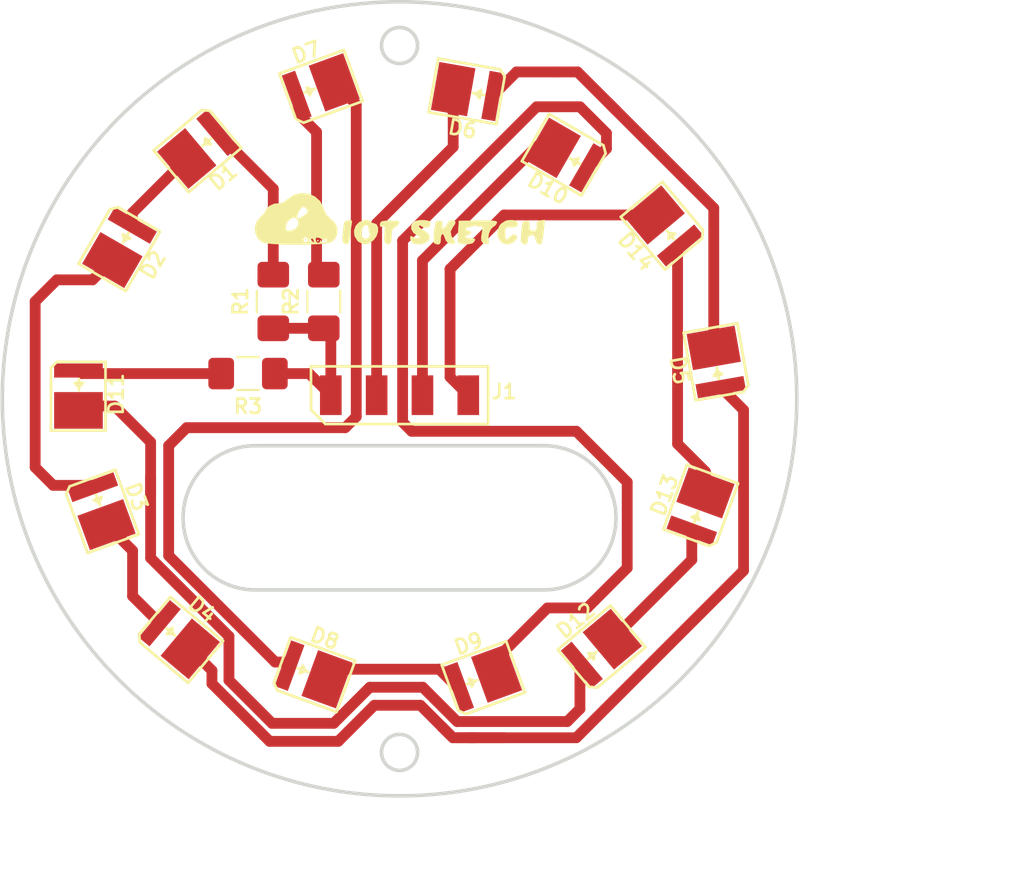
<source format=kicad_pcb>
(kicad_pcb (version 20171130) (host pcbnew "(5.0.0-rc2-199-gf785d2749)")

  (general
    (thickness 1.6)
    (drawings 13)
    (tracks 105)
    (zones 0)
    (modules 20)
    (nets 19)
  )

  (page A4)
  (layers
    (0 F.Cu signal)
    (31 B.Cu signal)
    (35 F.Paste user)
    (37 F.SilkS user)
    (39 F.Mask user)
    (40 Dwgs.User user)
    (41 Cmts.User user)
    (44 Edge.Cuts user)
    (45 Margin user)
    (46 B.CrtYd user hide)
    (47 F.CrtYd user hide)
  )

  (setup
    (last_trace_width 0.6)
    (user_trace_width 0.4)
    (user_trace_width 0.6)
    (user_trace_width 1)
    (trace_clearance 0.2)
    (zone_clearance 0.508)
    (zone_45_only no)
    (trace_min 0.2)
    (segment_width 0.2)
    (edge_width 0.2)
    (via_size 0.8)
    (via_drill 0.4)
    (via_min_size 0.4)
    (via_min_drill 0.3)
    (uvia_size 0.3)
    (uvia_drill 0.1)
    (uvias_allowed no)
    (uvia_min_size 0.2)
    (uvia_min_drill 0.1)
    (pcb_text_width 0.3)
    (pcb_text_size 1.5 1.5)
    (mod_edge_width 0.15)
    (mod_text_size 0.8 0.8)
    (mod_text_width 0.15)
    (pad_size 1.524 1.524)
    (pad_drill 0.762)
    (pad_to_mask_clearance 0.05)
    (solder_mask_min_width 0.1)
    (aux_axis_origin 0 0)
    (grid_origin 146 102)
    (visible_elements 7FFFFFFF)
    (pcbplotparams
      (layerselection 0x010fc_ffffffff)
      (usegerberextensions false)
      (usegerberattributes false)
      (usegerberadvancedattributes false)
      (creategerberjobfile false)
      (excludeedgelayer true)
      (linewidth 0.200000)
      (plotframeref false)
      (viasonmask false)
      (mode 1)
      (useauxorigin false)
      (hpglpennumber 1)
      (hpglpenspeed 20)
      (hpglpendiameter 15.000000)
      (psnegative false)
      (psa4output false)
      (plotreference true)
      (plotvalue true)
      (plotinvisibletext false)
      (padsonsilk false)
      (subtractmaskfromsilk false)
      (outputformat 1)
      (mirror false)
      (drillshape 1)
      (scaleselection 1)
      (outputdirectory ""))
  )

  (net 0 "")
  (net 1 "Net-(D1-Pad2)")
  (net 2 "Net-(D1-Pad1)")
  (net 3 "Net-(D2-Pad1)")
  (net 4 "Net-(D3-Pad1)")
  (net 5 "Net-(D4-Pad1)")
  (net 6 "Net-(D5-Pad1)")
  (net 7 /RED)
  (net 8 "Net-(D7-Pad1)")
  (net 9 "Net-(D7-Pad2)")
  (net 10 "Net-(D8-Pad1)")
  (net 11 "Net-(D10-Pad2)")
  (net 12 /GREEN)
  (net 13 "Net-(D11-Pad2)")
  (net 14 "Net-(D11-Pad1)")
  (net 15 "Net-(D12-Pad1)")
  (net 16 "Net-(D13-Pad1)")
  (net 17 /BLUE)
  (net 18 /V_driver)

  (net_class Default "This is the default net class."
    (clearance 0.2)
    (trace_width 0.25)
    (via_dia 0.8)
    (via_drill 0.4)
    (uvia_dia 0.3)
    (uvia_drill 0.1)
    (add_net /BLUE)
    (add_net /GREEN)
    (add_net /RED)
    (add_net /V_driver)
    (add_net "Net-(D1-Pad1)")
    (add_net "Net-(D1-Pad2)")
    (add_net "Net-(D10-Pad2)")
    (add_net "Net-(D11-Pad1)")
    (add_net "Net-(D11-Pad2)")
    (add_net "Net-(D12-Pad1)")
    (add_net "Net-(D13-Pad1)")
    (add_net "Net-(D2-Pad1)")
    (add_net "Net-(D3-Pad1)")
    (add_net "Net-(D4-Pad1)")
    (add_net "Net-(D5-Pad1)")
    (add_net "Net-(D7-Pad1)")
    (add_net "Net-(D7-Pad2)")
    (add_net "Net-(D8-Pad1)")
  )

  (module IOT_Design:LED-3030_GBW (layer F.Cu) (tedit 593F8E61) (tstamp 5B31F4D7)
    (at 135 88 220)
    (path /5B32FFCB)
    (attr smd)
    (fp_text reference D1 (at 0.149185 -2.089012 220) (layer F.SilkS)
      (effects (font (size 0.8 0.8) (thickness 0.15)))
    )
    (fp_text value R (at 0 -2.625 220) (layer F.Fab)
      (effects (font (size 0.8 0.8) (thickness 0.15)))
    )
    (fp_line (start -0.508 -0.025399) (end -0.7112 -0.0254) (layer F.SilkS) (width 0.15))
    (fp_line (start -0.0762 -0.0254) (end -0.254 -0.0254) (layer F.SilkS) (width 0.15))
    (fp_line (start -1.651 0.8382) (end -1.650999 -1.4732) (layer F.SilkS) (width 0.15))
    (fp_line (start 2.159 -1.4986) (end 2.159 1.524) (layer F.SilkS) (width 0.15))
    (fp_line (start -1.651 -1.4986) (end 2.159 -1.4986) (layer F.SilkS) (width 0.15))
    (fp_line (start 2.159 1.524) (end -1.3208 1.524) (layer F.SilkS) (width 0.15))
    (fp_line (start -1.3208 1.524) (end -1.651 1.1938) (layer F.SilkS) (width 0.15))
    (fp_line (start -1.651 0.8382) (end -1.651 1.1938) (layer F.SilkS) (width 0.15))
    (fp_line (start -1.651 -1.4986) (end 2.159 -1.4986) (layer F.CrtYd) (width 0.15))
    (fp_line (start 2.159 -1.4986) (end 2.159 1.524) (layer F.CrtYd) (width 0.15))
    (fp_line (start 2.159 1.524) (end -1.3208 1.524) (layer F.CrtYd) (width 0.15))
    (fp_line (start -1.3208 1.524) (end -1.651 1.1938) (layer F.CrtYd) (width 0.15))
    (fp_line (start -1.651 1.1938) (end -1.651 -1.4986) (layer F.CrtYd) (width 0.15))
    (fp_line (start -0.4826 0.1778) (end -0.4826 -0.254) (layer F.SilkS) (width 0.15))
    (fp_line (start -0.4826 -0.254) (end -0.254 -0.0254) (layer F.SilkS) (width 0.15))
    (fp_line (start -0.254 -0.0254) (end -0.4826 0.2032) (layer F.SilkS) (width 0.15))
    (pad 1 smd rect (at 1.0414 0 220) (size 2.03 2.7) (layers F.Cu F.Paste F.Mask)
      (net 2 "Net-(D1-Pad1)"))
    (pad 2 smd rect (at -1.1684 0 220) (size 0.78 2.7) (layers F.Cu F.Paste F.Mask)
      (net 1 "Net-(D1-Pad2)"))
    (model D:/PCB/Kicad/3D/kicad-packages3D-master/IOTDesign.3dshapes/3mmLED-2.step
      (offset (xyz 0.25 0 0))
      (scale (xyz 1 1 1))
      (rotate (xyz -90 0 0))
    )
  )

  (module IOT_Design:LED-3030_GBW (layer F.Cu) (tedit 593F8E61) (tstamp 5B31F4ED)
    (at 130.6 93.4 240)
    (path /5B334564)
    (attr smd)
    (fp_text reference D2 (at 0.149185 -2.089012 240) (layer F.SilkS)
      (effects (font (size 0.8 0.8) (thickness 0.15)))
    )
    (fp_text value R (at 0 -2.625 240) (layer F.Fab)
      (effects (font (size 0.8 0.8) (thickness 0.15)))
    )
    (fp_line (start -0.508 -0.025399) (end -0.7112 -0.0254) (layer F.SilkS) (width 0.15))
    (fp_line (start -0.0762 -0.0254) (end -0.254 -0.0254) (layer F.SilkS) (width 0.15))
    (fp_line (start -1.651 0.8382) (end -1.650999 -1.4732) (layer F.SilkS) (width 0.15))
    (fp_line (start 2.159 -1.4986) (end 2.159 1.524) (layer F.SilkS) (width 0.15))
    (fp_line (start -1.651 -1.4986) (end 2.159 -1.4986) (layer F.SilkS) (width 0.15))
    (fp_line (start 2.159 1.524) (end -1.3208 1.524) (layer F.SilkS) (width 0.15))
    (fp_line (start -1.3208 1.524) (end -1.651 1.1938) (layer F.SilkS) (width 0.15))
    (fp_line (start -1.651 0.8382) (end -1.651 1.1938) (layer F.SilkS) (width 0.15))
    (fp_line (start -1.651 -1.4986) (end 2.159 -1.4986) (layer F.CrtYd) (width 0.15))
    (fp_line (start 2.159 -1.4986) (end 2.159 1.524) (layer F.CrtYd) (width 0.15))
    (fp_line (start 2.159 1.524) (end -1.3208 1.524) (layer F.CrtYd) (width 0.15))
    (fp_line (start -1.3208 1.524) (end -1.651 1.1938) (layer F.CrtYd) (width 0.15))
    (fp_line (start -1.651 1.1938) (end -1.651 -1.4986) (layer F.CrtYd) (width 0.15))
    (fp_line (start -0.4826 0.1778) (end -0.4826 -0.254) (layer F.SilkS) (width 0.15))
    (fp_line (start -0.4826 -0.254) (end -0.254 -0.0254) (layer F.SilkS) (width 0.15))
    (fp_line (start -0.254 -0.0254) (end -0.4826 0.2032) (layer F.SilkS) (width 0.15))
    (pad 1 smd rect (at 1.0414 0 240) (size 2.03 2.7) (layers F.Cu F.Paste F.Mask)
      (net 3 "Net-(D2-Pad1)"))
    (pad 2 smd rect (at -1.1684 0 240) (size 0.78 2.7) (layers F.Cu F.Paste F.Mask)
      (net 2 "Net-(D1-Pad1)"))
    (model D:/PCB/Kicad/3D/kicad-packages3D-master/IOTDesign.3dshapes/3mmLED-2.step
      (offset (xyz 0.25 0 0))
      (scale (xyz 1 1 1))
      (rotate (xyz -90 0 0))
    )
  )

  (module IOT_Design:LED-3030_GBW (layer F.Cu) (tedit 593F8E61) (tstamp 5B4EAE6A)
    (at 129.4 108 290)
    (path /5B33460E)
    (attr smd)
    (fp_text reference D3 (at 0.149185 -2.089012 290) (layer F.SilkS)
      (effects (font (size 0.8 0.8) (thickness 0.15)))
    )
    (fp_text value R (at 0 -2.625 290) (layer F.Fab)
      (effects (font (size 0.8 0.8) (thickness 0.15)))
    )
    (fp_line (start -0.254 -0.0254) (end -0.4826 0.2032) (layer F.SilkS) (width 0.15))
    (fp_line (start -0.4826 -0.254) (end -0.254 -0.0254) (layer F.SilkS) (width 0.15))
    (fp_line (start -0.4826 0.1778) (end -0.4826 -0.254) (layer F.SilkS) (width 0.15))
    (fp_line (start -1.651 1.1938) (end -1.651 -1.4986) (layer F.CrtYd) (width 0.15))
    (fp_line (start -1.3208 1.524) (end -1.651 1.1938) (layer F.CrtYd) (width 0.15))
    (fp_line (start 2.159 1.524) (end -1.3208 1.524) (layer F.CrtYd) (width 0.15))
    (fp_line (start 2.159 -1.4986) (end 2.159 1.524) (layer F.CrtYd) (width 0.15))
    (fp_line (start -1.651 -1.4986) (end 2.159 -1.4986) (layer F.CrtYd) (width 0.15))
    (fp_line (start -1.651 0.8382) (end -1.651 1.1938) (layer F.SilkS) (width 0.15))
    (fp_line (start -1.3208 1.524) (end -1.651 1.1938) (layer F.SilkS) (width 0.15))
    (fp_line (start 2.159 1.524) (end -1.3208 1.524) (layer F.SilkS) (width 0.15))
    (fp_line (start -1.651 -1.4986) (end 2.159 -1.4986) (layer F.SilkS) (width 0.15))
    (fp_line (start 2.159 -1.4986) (end 2.159 1.524) (layer F.SilkS) (width 0.15))
    (fp_line (start -1.651 0.8382) (end -1.650999 -1.4732) (layer F.SilkS) (width 0.15))
    (fp_line (start -0.0762 -0.0254) (end -0.254 -0.0254) (layer F.SilkS) (width 0.15))
    (fp_line (start -0.508 -0.025399) (end -0.7112 -0.0254) (layer F.SilkS) (width 0.15))
    (pad 2 smd rect (at -1.1684 0 290) (size 0.78 2.7) (layers F.Cu F.Paste F.Mask)
      (net 3 "Net-(D2-Pad1)"))
    (pad 1 smd rect (at 1.0414 0 290) (size 2.03 2.7) (layers F.Cu F.Paste F.Mask)
      (net 4 "Net-(D3-Pad1)"))
    (model D:/PCB/Kicad/3D/kicad-packages3D-master/IOTDesign.3dshapes/3mmLED-2.step
      (offset (xyz 0.25 0 0))
      (scale (xyz 1 1 1))
      (rotate (xyz -90 0 0))
    )
  )

  (module IOT_Design:LED-3030_GBW (layer F.Cu) (tedit 593F8E61) (tstamp 5B336071)
    (at 133.6 115.2 320)
    (path /5B334702)
    (attr smd)
    (fp_text reference D4 (at 0.149185 -2.089012 320) (layer F.SilkS)
      (effects (font (size 0.8 0.8) (thickness 0.15)))
    )
    (fp_text value R (at 0 -2.625 320) (layer F.Fab)
      (effects (font (size 0.8 0.8) (thickness 0.15)))
    )
    (fp_line (start -0.508 -0.025399) (end -0.7112 -0.0254) (layer F.SilkS) (width 0.15))
    (fp_line (start -0.0762 -0.0254) (end -0.254 -0.0254) (layer F.SilkS) (width 0.15))
    (fp_line (start -1.651 0.8382) (end -1.650999 -1.4732) (layer F.SilkS) (width 0.15))
    (fp_line (start 2.159 -1.4986) (end 2.159 1.524) (layer F.SilkS) (width 0.15))
    (fp_line (start -1.651 -1.4986) (end 2.159 -1.4986) (layer F.SilkS) (width 0.15))
    (fp_line (start 2.159 1.524) (end -1.3208 1.524) (layer F.SilkS) (width 0.15))
    (fp_line (start -1.3208 1.524) (end -1.651 1.1938) (layer F.SilkS) (width 0.15))
    (fp_line (start -1.651 0.8382) (end -1.651 1.1938) (layer F.SilkS) (width 0.15))
    (fp_line (start -1.651 -1.4986) (end 2.159 -1.4986) (layer F.CrtYd) (width 0.15))
    (fp_line (start 2.159 -1.4986) (end 2.159 1.524) (layer F.CrtYd) (width 0.15))
    (fp_line (start 2.159 1.524) (end -1.3208 1.524) (layer F.CrtYd) (width 0.15))
    (fp_line (start -1.3208 1.524) (end -1.651 1.1938) (layer F.CrtYd) (width 0.15))
    (fp_line (start -1.651 1.1938) (end -1.651 -1.4986) (layer F.CrtYd) (width 0.15))
    (fp_line (start -0.4826 0.1778) (end -0.4826 -0.254) (layer F.SilkS) (width 0.15))
    (fp_line (start -0.4826 -0.254) (end -0.254 -0.0254) (layer F.SilkS) (width 0.15))
    (fp_line (start -0.254 -0.0254) (end -0.4826 0.2032) (layer F.SilkS) (width 0.15))
    (pad 1 smd rect (at 1.0414 0 320) (size 2.03 2.7) (layers F.Cu F.Paste F.Mask)
      (net 5 "Net-(D4-Pad1)"))
    (pad 2 smd rect (at -1.1684 0 320) (size 0.78 2.7) (layers F.Cu F.Paste F.Mask)
      (net 4 "Net-(D3-Pad1)"))
    (model D:/PCB/Kicad/3D/kicad-packages3D-master/IOTDesign.3dshapes/3mmLED-2.step
      (offset (xyz 0.25 0 0))
      (scale (xyz 1 1 1))
      (rotate (xyz -90 0 0))
    )
  )

  (module IOT_Design:LED-3030_GBW (layer F.Cu) (tedit 593F8E61) (tstamp 5B31F52F)
    (at 163.6 100.2 100)
    (path /5B3347A1)
    (attr smd)
    (fp_text reference D5 (at 0.149185 -2.089012 100) (layer F.SilkS)
      (effects (font (size 0.8 0.8) (thickness 0.15)))
    )
    (fp_text value R (at 0 -2.625 100) (layer F.Fab)
      (effects (font (size 0.8 0.8) (thickness 0.15)))
    )
    (fp_line (start -0.254 -0.0254) (end -0.4826 0.2032) (layer F.SilkS) (width 0.15))
    (fp_line (start -0.4826 -0.254) (end -0.254 -0.0254) (layer F.SilkS) (width 0.15))
    (fp_line (start -0.4826 0.1778) (end -0.4826 -0.254) (layer F.SilkS) (width 0.15))
    (fp_line (start -1.651 1.1938) (end -1.651 -1.4986) (layer F.CrtYd) (width 0.15))
    (fp_line (start -1.3208 1.524) (end -1.651 1.1938) (layer F.CrtYd) (width 0.15))
    (fp_line (start 2.159 1.524) (end -1.3208 1.524) (layer F.CrtYd) (width 0.15))
    (fp_line (start 2.159 -1.4986) (end 2.159 1.524) (layer F.CrtYd) (width 0.15))
    (fp_line (start -1.651 -1.4986) (end 2.159 -1.4986) (layer F.CrtYd) (width 0.15))
    (fp_line (start -1.651 0.8382) (end -1.651 1.1938) (layer F.SilkS) (width 0.15))
    (fp_line (start -1.3208 1.524) (end -1.651 1.1938) (layer F.SilkS) (width 0.15))
    (fp_line (start 2.159 1.524) (end -1.3208 1.524) (layer F.SilkS) (width 0.15))
    (fp_line (start -1.651 -1.4986) (end 2.159 -1.4986) (layer F.SilkS) (width 0.15))
    (fp_line (start 2.159 -1.4986) (end 2.159 1.524) (layer F.SilkS) (width 0.15))
    (fp_line (start -1.651 0.8382) (end -1.650999 -1.4732) (layer F.SilkS) (width 0.15))
    (fp_line (start -0.0762 -0.0254) (end -0.254 -0.0254) (layer F.SilkS) (width 0.15))
    (fp_line (start -0.508 -0.025399) (end -0.7112 -0.0254) (layer F.SilkS) (width 0.15))
    (pad 2 smd rect (at -1.1684 0.000002 100) (size 0.78 2.7) (layers F.Cu F.Paste F.Mask)
      (net 5 "Net-(D4-Pad1)"))
    (pad 1 smd rect (at 1.0414 0 100) (size 2.03 2.7) (layers F.Cu F.Paste F.Mask)
      (net 6 "Net-(D5-Pad1)"))
    (model D:/PCB/Kicad/3D/kicad-packages3D-master/IOTDesign.3dshapes/3mmLED-2.step
      (offset (xyz 0.25 0 0))
      (scale (xyz 1 1 1))
      (rotate (xyz -90 0 0))
    )
  )

  (module IOT_Design:LED-3030_GBW (layer F.Cu) (tedit 593F8E61) (tstamp 5B31F545)
    (at 150 85 170)
    (path /5B3347D9)
    (attr smd)
    (fp_text reference D6 (at 0.149185 -2.089012 170) (layer F.SilkS)
      (effects (font (size 0.8 0.8) (thickness 0.15)))
    )
    (fp_text value R (at 0 -2.625 170) (layer F.Fab)
      (effects (font (size 0.8 0.8) (thickness 0.15)))
    )
    (fp_line (start -0.508 -0.025399) (end -0.7112 -0.0254) (layer F.SilkS) (width 0.15))
    (fp_line (start -0.0762 -0.0254) (end -0.254 -0.0254) (layer F.SilkS) (width 0.15))
    (fp_line (start -1.651 0.8382) (end -1.650999 -1.4732) (layer F.SilkS) (width 0.15))
    (fp_line (start 2.159 -1.4986) (end 2.159 1.524) (layer F.SilkS) (width 0.15))
    (fp_line (start -1.651 -1.4986) (end 2.159 -1.4986) (layer F.SilkS) (width 0.15))
    (fp_line (start 2.159 1.524) (end -1.3208 1.524) (layer F.SilkS) (width 0.15))
    (fp_line (start -1.3208 1.524) (end -1.651 1.1938) (layer F.SilkS) (width 0.15))
    (fp_line (start -1.651 0.8382) (end -1.651 1.1938) (layer F.SilkS) (width 0.15))
    (fp_line (start -1.651 -1.4986) (end 2.159 -1.4986) (layer F.CrtYd) (width 0.15))
    (fp_line (start 2.159 -1.4986) (end 2.159 1.524) (layer F.CrtYd) (width 0.15))
    (fp_line (start 2.159 1.524) (end -1.3208 1.524) (layer F.CrtYd) (width 0.15))
    (fp_line (start -1.3208 1.524) (end -1.651 1.1938) (layer F.CrtYd) (width 0.15))
    (fp_line (start -1.651 1.1938) (end -1.651 -1.4986) (layer F.CrtYd) (width 0.15))
    (fp_line (start -0.4826 0.1778) (end -0.4826 -0.254) (layer F.SilkS) (width 0.15))
    (fp_line (start -0.4826 -0.254) (end -0.254 -0.0254) (layer F.SilkS) (width 0.15))
    (fp_line (start -0.254 -0.0254) (end -0.4826 0.2032) (layer F.SilkS) (width 0.15))
    (pad 1 smd rect (at 1.0414 0 170) (size 2.03 2.7) (layers F.Cu F.Paste F.Mask)
      (net 7 /RED))
    (pad 2 smd rect (at -1.1684 -0.000002 170) (size 0.78 2.7) (layers F.Cu F.Paste F.Mask)
      (net 6 "Net-(D5-Pad1)"))
    (model D:/PCB/Kicad/3D/kicad-packages3D-master/IOTDesign.3dshapes/3mmLED-2.step
      (offset (xyz 0.25 0 0))
      (scale (xyz 1 1 1))
      (rotate (xyz -90 0 0))
    )
  )

  (module IOT_Design:LED-3030_GBW (layer F.Cu) (tedit 593F8E61) (tstamp 5B31F55B)
    (at 141.4 84.8 20)
    (path /5B330316)
    (attr smd)
    (fp_text reference D7 (at 0.149185 -2.089012 20) (layer F.SilkS)
      (effects (font (size 0.8 0.8) (thickness 0.15)))
    )
    (fp_text value G (at 0 -2.625 20) (layer F.Fab)
      (effects (font (size 0.8 0.8) (thickness 0.15)))
    )
    (fp_line (start -0.254 -0.0254) (end -0.4826 0.2032) (layer F.SilkS) (width 0.15))
    (fp_line (start -0.4826 -0.254) (end -0.254 -0.0254) (layer F.SilkS) (width 0.15))
    (fp_line (start -0.4826 0.1778) (end -0.4826 -0.254) (layer F.SilkS) (width 0.15))
    (fp_line (start -1.651 1.1938) (end -1.651 -1.4986) (layer F.CrtYd) (width 0.15))
    (fp_line (start -1.3208 1.524) (end -1.651 1.1938) (layer F.CrtYd) (width 0.15))
    (fp_line (start 2.159 1.524) (end -1.3208 1.524) (layer F.CrtYd) (width 0.15))
    (fp_line (start 2.159 -1.4986) (end 2.159 1.524) (layer F.CrtYd) (width 0.15))
    (fp_line (start -1.651 -1.4986) (end 2.159 -1.4986) (layer F.CrtYd) (width 0.15))
    (fp_line (start -1.651 0.8382) (end -1.651 1.1938) (layer F.SilkS) (width 0.15))
    (fp_line (start -1.3208 1.524) (end -1.651 1.1938) (layer F.SilkS) (width 0.15))
    (fp_line (start 2.159 1.524) (end -1.3208 1.524) (layer F.SilkS) (width 0.15))
    (fp_line (start -1.651 -1.4986) (end 2.159 -1.4986) (layer F.SilkS) (width 0.15))
    (fp_line (start 2.159 -1.4986) (end 2.159 1.524) (layer F.SilkS) (width 0.15))
    (fp_line (start -1.651 0.8382) (end -1.650999 -1.4732) (layer F.SilkS) (width 0.15))
    (fp_line (start -0.0762 -0.0254) (end -0.254 -0.0254) (layer F.SilkS) (width 0.15))
    (fp_line (start -0.508 -0.025399) (end -0.7112 -0.0254) (layer F.SilkS) (width 0.15))
    (pad 2 smd rect (at -1.1684 0 20) (size 0.78 2.7) (layers F.Cu F.Paste F.Mask)
      (net 9 "Net-(D7-Pad2)"))
    (pad 1 smd rect (at 1.0414 0 20) (size 2.03 2.7) (layers F.Cu F.Paste F.Mask)
      (net 8 "Net-(D7-Pad1)"))
    (model D:/PCB/Kicad/3D/kicad-packages3D-master/IOTDesign.3dshapes/3mmLED-2.step
      (offset (xyz 0.25 0 0))
      (scale (xyz 1 1 1))
      (rotate (xyz -90 0 0))
    )
  )

  (module IOT_Design:LED-3030_GBW (layer F.Cu) (tedit 593F8E61) (tstamp 5B31F571)
    (at 141 117.2 340)
    (path /5B334067)
    (attr smd)
    (fp_text reference D8 (at 0.149185 -2.089012 340) (layer F.SilkS)
      (effects (font (size 0.8 0.8) (thickness 0.15)))
    )
    (fp_text value G (at 0 -2.625 340) (layer F.Fab)
      (effects (font (size 0.8 0.8) (thickness 0.15)))
    )
    (fp_line (start -0.254 -0.0254) (end -0.4826 0.2032) (layer F.SilkS) (width 0.15))
    (fp_line (start -0.4826 -0.254) (end -0.254 -0.0254) (layer F.SilkS) (width 0.15))
    (fp_line (start -0.4826 0.1778) (end -0.4826 -0.254) (layer F.SilkS) (width 0.15))
    (fp_line (start -1.651 1.1938) (end -1.651 -1.4986) (layer F.CrtYd) (width 0.15))
    (fp_line (start -1.3208 1.524) (end -1.651 1.1938) (layer F.CrtYd) (width 0.15))
    (fp_line (start 2.159 1.524) (end -1.3208 1.524) (layer F.CrtYd) (width 0.15))
    (fp_line (start 2.159 -1.4986) (end 2.159 1.524) (layer F.CrtYd) (width 0.15))
    (fp_line (start -1.651 -1.4986) (end 2.159 -1.4986) (layer F.CrtYd) (width 0.15))
    (fp_line (start -1.651 0.8382) (end -1.651 1.1938) (layer F.SilkS) (width 0.15))
    (fp_line (start -1.3208 1.524) (end -1.651 1.1938) (layer F.SilkS) (width 0.15))
    (fp_line (start 2.159 1.524) (end -1.3208 1.524) (layer F.SilkS) (width 0.15))
    (fp_line (start -1.651 -1.4986) (end 2.159 -1.4986) (layer F.SilkS) (width 0.15))
    (fp_line (start 2.159 -1.4986) (end 2.159 1.524) (layer F.SilkS) (width 0.15))
    (fp_line (start -1.651 0.8382) (end -1.650999 -1.4732) (layer F.SilkS) (width 0.15))
    (fp_line (start -0.0762 -0.0254) (end -0.254 -0.0254) (layer F.SilkS) (width 0.15))
    (fp_line (start -0.508 -0.025399) (end -0.7112 -0.0254) (layer F.SilkS) (width 0.15))
    (pad 2 smd rect (at -1.1684 0 340) (size 0.78 2.7) (layers F.Cu F.Paste F.Mask)
      (net 8 "Net-(D7-Pad1)"))
    (pad 1 smd rect (at 1.0414 0 340) (size 2.03 2.7) (layers F.Cu F.Paste F.Mask)
      (net 10 "Net-(D8-Pad1)"))
    (model D:/PCB/Kicad/3D/kicad-packages3D-master/IOTDesign.3dshapes/3mmLED-2.step
      (offset (xyz 0.25 0 0))
      (scale (xyz 1 1 1))
      (rotate (xyz -90 0 0))
    )
  )

  (module IOT_Design:LED-3030_GBW (layer F.Cu) (tedit 593F8E61) (tstamp 5B4EBC0F)
    (at 150.4 117.6 20)
    (path /5B3340D5)
    (attr smd)
    (fp_text reference D9 (at 0.149185 -2.089012 20) (layer F.SilkS)
      (effects (font (size 0.8 0.8) (thickness 0.15)))
    )
    (fp_text value G (at 0 -2.625 20) (layer F.Fab)
      (effects (font (size 0.8 0.8) (thickness 0.15)))
    )
    (fp_line (start -0.508 -0.025399) (end -0.7112 -0.0254) (layer F.SilkS) (width 0.15))
    (fp_line (start -0.0762 -0.0254) (end -0.254 -0.0254) (layer F.SilkS) (width 0.15))
    (fp_line (start -1.651 0.8382) (end -1.650999 -1.4732) (layer F.SilkS) (width 0.15))
    (fp_line (start 2.159 -1.4986) (end 2.159 1.524) (layer F.SilkS) (width 0.15))
    (fp_line (start -1.651 -1.4986) (end 2.159 -1.4986) (layer F.SilkS) (width 0.15))
    (fp_line (start 2.159 1.524) (end -1.3208 1.524001) (layer F.SilkS) (width 0.15))
    (fp_line (start -1.3208 1.524001) (end -1.651 1.1938) (layer F.SilkS) (width 0.15))
    (fp_line (start -1.651 0.8382) (end -1.651 1.1938) (layer F.SilkS) (width 0.15))
    (fp_line (start -1.651 -1.4986) (end 2.159 -1.4986) (layer F.CrtYd) (width 0.15))
    (fp_line (start 2.159 -1.4986) (end 2.159 1.524) (layer F.CrtYd) (width 0.15))
    (fp_line (start 2.159 1.524) (end -1.3208 1.524001) (layer F.CrtYd) (width 0.15))
    (fp_line (start -1.3208 1.524001) (end -1.651 1.1938) (layer F.CrtYd) (width 0.15))
    (fp_line (start -1.651 1.1938) (end -1.651 -1.4986) (layer F.CrtYd) (width 0.15))
    (fp_line (start -0.4826 0.1778) (end -0.4826 -0.254) (layer F.SilkS) (width 0.15))
    (fp_line (start -0.4826 -0.254) (end -0.254 -0.0254) (layer F.SilkS) (width 0.15))
    (fp_line (start -0.254 -0.0254) (end -0.4826 0.2032) (layer F.SilkS) (width 0.15))
    (pad 1 smd rect (at 1.0414 0 20) (size 2.03 2.7) (layers F.Cu F.Paste F.Mask)
      (net 11 "Net-(D10-Pad2)"))
    (pad 2 smd rect (at -1.1684 0.000001 20) (size 0.78 2.7) (layers F.Cu F.Paste F.Mask)
      (net 10 "Net-(D8-Pad1)"))
    (model D:/PCB/Kicad/3D/kicad-packages3D-master/IOTDesign.3dshapes/3mmLED-2.step
      (offset (xyz 0.25 0 0))
      (scale (xyz 1 1 1))
      (rotate (xyz -90 0 0))
    )
  )

  (module IOT_Design:LED-3030_GBW (layer F.Cu) (tedit 593F8E61) (tstamp 5B31F59D)
    (at 155.4 88.6 150)
    (path /5B33437E)
    (attr smd)
    (fp_text reference D10 (at 0.149185 -2.089012 150) (layer F.SilkS)
      (effects (font (size 0.8 0.8) (thickness 0.15)))
    )
    (fp_text value G (at 0 -2.625 150) (layer F.Fab)
      (effects (font (size 0.8 0.8) (thickness 0.15)))
    )
    (fp_line (start -0.254 -0.0254) (end -0.4826 0.2032) (layer F.SilkS) (width 0.15))
    (fp_line (start -0.4826 -0.254) (end -0.254 -0.0254) (layer F.SilkS) (width 0.15))
    (fp_line (start -0.4826 0.1778) (end -0.4826 -0.254) (layer F.SilkS) (width 0.15))
    (fp_line (start -1.651 1.1938) (end -1.651 -1.4986) (layer F.CrtYd) (width 0.15))
    (fp_line (start -1.3208 1.524) (end -1.651 1.1938) (layer F.CrtYd) (width 0.15))
    (fp_line (start 2.159 1.524) (end -1.3208 1.524) (layer F.CrtYd) (width 0.15))
    (fp_line (start 2.159 -1.4986) (end 2.159 1.524) (layer F.CrtYd) (width 0.15))
    (fp_line (start -1.651 -1.4986) (end 2.159 -1.4986) (layer F.CrtYd) (width 0.15))
    (fp_line (start -1.651 0.8382) (end -1.651 1.1938) (layer F.SilkS) (width 0.15))
    (fp_line (start -1.3208 1.524) (end -1.651 1.1938) (layer F.SilkS) (width 0.15))
    (fp_line (start 2.159 1.524) (end -1.3208 1.524) (layer F.SilkS) (width 0.15))
    (fp_line (start -1.651 -1.4986) (end 2.159 -1.4986) (layer F.SilkS) (width 0.15))
    (fp_line (start 2.159 -1.4986) (end 2.159 1.524) (layer F.SilkS) (width 0.15))
    (fp_line (start -1.651 0.8382) (end -1.650999 -1.4732) (layer F.SilkS) (width 0.15))
    (fp_line (start -0.0762 -0.0254) (end -0.254 -0.0254) (layer F.SilkS) (width 0.15))
    (fp_line (start -0.508 -0.025399) (end -0.7112 -0.0254) (layer F.SilkS) (width 0.15))
    (pad 2 smd rect (at -1.1684 0 150) (size 0.78 2.7) (layers F.Cu F.Paste F.Mask)
      (net 11 "Net-(D10-Pad2)"))
    (pad 1 smd rect (at 1.0414 0 150) (size 2.03 2.7) (layers F.Cu F.Paste F.Mask)
      (net 12 /GREEN))
    (model D:/PCB/Kicad/3D/kicad-packages3D-master/IOTDesign.3dshapes/3mmLED-2.step
      (offset (xyz 0.25 0 0))
      (scale (xyz 1 1 1))
      (rotate (xyz -90 0 0))
    )
  )

  (module IOT_Design:LED-3030_GBW (layer F.Cu) (tedit 593F8E61) (tstamp 5B31F5B3)
    (at 128.2 101.6 270)
    (path /5B33040D)
    (attr smd)
    (fp_text reference D11 (at 0.149185 -2.089012 270) (layer F.SilkS)
      (effects (font (size 0.8 0.8) (thickness 0.15)))
    )
    (fp_text value B (at 0 -2.625 270) (layer F.Fab)
      (effects (font (size 0.8 0.8) (thickness 0.15)))
    )
    (fp_line (start -0.508 -0.025399) (end -0.7112 -0.0254) (layer F.SilkS) (width 0.15))
    (fp_line (start -0.0762 -0.0254) (end -0.254 -0.0254) (layer F.SilkS) (width 0.15))
    (fp_line (start -1.651 0.8382) (end -1.650999 -1.4732) (layer F.SilkS) (width 0.15))
    (fp_line (start 2.159 -1.4986) (end 2.159 1.524) (layer F.SilkS) (width 0.15))
    (fp_line (start -1.651 -1.4986) (end 2.159 -1.4986) (layer F.SilkS) (width 0.15))
    (fp_line (start 2.159 1.524) (end -1.3208 1.524) (layer F.SilkS) (width 0.15))
    (fp_line (start -1.3208 1.524) (end -1.651 1.1938) (layer F.SilkS) (width 0.15))
    (fp_line (start -1.651 0.8382) (end -1.651 1.1938) (layer F.SilkS) (width 0.15))
    (fp_line (start -1.651 -1.4986) (end 2.159 -1.4986) (layer F.CrtYd) (width 0.15))
    (fp_line (start 2.159 -1.4986) (end 2.159 1.524) (layer F.CrtYd) (width 0.15))
    (fp_line (start 2.159 1.524) (end -1.3208 1.524) (layer F.CrtYd) (width 0.15))
    (fp_line (start -1.3208 1.524) (end -1.651 1.1938) (layer F.CrtYd) (width 0.15))
    (fp_line (start -1.651 1.1938) (end -1.651 -1.4986) (layer F.CrtYd) (width 0.15))
    (fp_line (start -0.4826 0.1778) (end -0.4826 -0.254) (layer F.SilkS) (width 0.15))
    (fp_line (start -0.4826 -0.254) (end -0.254 -0.0254) (layer F.SilkS) (width 0.15))
    (fp_line (start -0.254 -0.0254) (end -0.4826 0.2032) (layer F.SilkS) (width 0.15))
    (pad 1 smd rect (at 1.0414 0 270) (size 2.03 2.7) (layers F.Cu F.Paste F.Mask)
      (net 14 "Net-(D11-Pad1)"))
    (pad 2 smd rect (at -1.1684 0 270) (size 0.78 2.7) (layers F.Cu F.Paste F.Mask)
      (net 13 "Net-(D11-Pad2)"))
    (model D:/PCB/Kicad/3D/kicad-packages3D-master/IOTDesign.3dshapes/3mmLED-2.step
      (offset (xyz 0.25 0 0))
      (scale (xyz 1 1 1))
      (rotate (xyz -90 0 0))
    )
  )

  (module IOT_Design:LED-3030_GBW (layer F.Cu) (tedit 593F8E61) (tstamp 5B31F5C9)
    (at 157 116 40)
    (path /5B33415D)
    (attr smd)
    (fp_text reference D12 (at 0.149185 -2.089012 40) (layer F.SilkS)
      (effects (font (size 0.8 0.8) (thickness 0.15)))
    )
    (fp_text value B (at 0 -2.625 40) (layer F.Fab)
      (effects (font (size 0.8 0.8) (thickness 0.15)))
    )
    (fp_line (start -0.254 -0.0254) (end -0.4826 0.2032) (layer F.SilkS) (width 0.15))
    (fp_line (start -0.4826 -0.254) (end -0.254 -0.0254) (layer F.SilkS) (width 0.15))
    (fp_line (start -0.4826 0.1778) (end -0.4826 -0.254) (layer F.SilkS) (width 0.15))
    (fp_line (start -1.651 1.1938) (end -1.651 -1.4986) (layer F.CrtYd) (width 0.15))
    (fp_line (start -1.3208 1.524) (end -1.651 1.1938) (layer F.CrtYd) (width 0.15))
    (fp_line (start 2.159 1.524) (end -1.3208 1.524) (layer F.CrtYd) (width 0.15))
    (fp_line (start 2.159 -1.4986) (end 2.159 1.524) (layer F.CrtYd) (width 0.15))
    (fp_line (start -1.651 -1.4986) (end 2.159 -1.4986) (layer F.CrtYd) (width 0.15))
    (fp_line (start -1.651 0.8382) (end -1.651 1.1938) (layer F.SilkS) (width 0.15))
    (fp_line (start -1.3208 1.524) (end -1.651 1.1938) (layer F.SilkS) (width 0.15))
    (fp_line (start 2.159 1.524) (end -1.3208 1.524) (layer F.SilkS) (width 0.15))
    (fp_line (start -1.651 -1.4986) (end 2.159 -1.4986) (layer F.SilkS) (width 0.15))
    (fp_line (start 2.159 -1.4986) (end 2.159 1.524) (layer F.SilkS) (width 0.15))
    (fp_line (start -1.651 0.8382) (end -1.650999 -1.4732) (layer F.SilkS) (width 0.15))
    (fp_line (start -0.0762 -0.0254) (end -0.254 -0.0254) (layer F.SilkS) (width 0.15))
    (fp_line (start -0.508 -0.025399) (end -0.7112 -0.0254) (layer F.SilkS) (width 0.15))
    (pad 2 smd rect (at -1.1684 0 40) (size 0.78 2.7) (layers F.Cu F.Paste F.Mask)
      (net 14 "Net-(D11-Pad1)"))
    (pad 1 smd rect (at 1.0414 0 40) (size 2.03 2.7) (layers F.Cu F.Paste F.Mask)
      (net 15 "Net-(D12-Pad1)"))
    (model D:/PCB/Kicad/3D/kicad-packages3D-master/IOTDesign.3dshapes/3mmLED-2.step
      (offset (xyz 0.25 0 0))
      (scale (xyz 1 1 1))
      (rotate (xyz -90 0 0))
    )
  )

  (module IOT_Design:LED-3030_GBW (layer F.Cu) (tedit 593F8E61) (tstamp 5B31F5DF)
    (at 162.6 108.2 70)
    (path /5B334191)
    (attr smd)
    (fp_text reference D13 (at 0.149185 -2.089012 70) (layer F.SilkS)
      (effects (font (size 0.8 0.8) (thickness 0.15)))
    )
    (fp_text value B (at 0 -2.625 70) (layer F.Fab)
      (effects (font (size 0.8 0.8) (thickness 0.15)))
    )
    (fp_line (start -0.254 -0.0254) (end -0.4826 0.2032) (layer F.SilkS) (width 0.15))
    (fp_line (start -0.4826 -0.254) (end -0.254 -0.0254) (layer F.SilkS) (width 0.15))
    (fp_line (start -0.4826 0.1778) (end -0.4826 -0.254) (layer F.SilkS) (width 0.15))
    (fp_line (start -1.651 1.1938) (end -1.651 -1.4986) (layer F.CrtYd) (width 0.15))
    (fp_line (start -1.3208 1.524) (end -1.651 1.1938) (layer F.CrtYd) (width 0.15))
    (fp_line (start 2.159 1.524) (end -1.3208 1.524) (layer F.CrtYd) (width 0.15))
    (fp_line (start 2.159 -1.4986) (end 2.159 1.524) (layer F.CrtYd) (width 0.15))
    (fp_line (start -1.651 -1.4986) (end 2.159 -1.4986) (layer F.CrtYd) (width 0.15))
    (fp_line (start -1.651 0.8382) (end -1.651 1.1938) (layer F.SilkS) (width 0.15))
    (fp_line (start -1.3208 1.524) (end -1.651 1.1938) (layer F.SilkS) (width 0.15))
    (fp_line (start 2.159 1.524) (end -1.3208 1.524) (layer F.SilkS) (width 0.15))
    (fp_line (start -1.651 -1.4986) (end 2.159 -1.4986) (layer F.SilkS) (width 0.15))
    (fp_line (start 2.159 -1.4986) (end 2.159 1.524) (layer F.SilkS) (width 0.15))
    (fp_line (start -1.651 0.8382) (end -1.650999 -1.4732) (layer F.SilkS) (width 0.15))
    (fp_line (start -0.0762 -0.0254) (end -0.254 -0.0254) (layer F.SilkS) (width 0.15))
    (fp_line (start -0.508 -0.025399) (end -0.7112 -0.0254) (layer F.SilkS) (width 0.15))
    (pad 2 smd rect (at -1.1684 0 70) (size 0.78 2.7) (layers F.Cu F.Paste F.Mask)
      (net 15 "Net-(D12-Pad1)"))
    (pad 1 smd rect (at 1.0414 0 70) (size 2.03 2.7) (layers F.Cu F.Paste F.Mask)
      (net 16 "Net-(D13-Pad1)"))
    (model D:/PCB/Kicad/3D/kicad-packages3D-master/IOTDesign.3dshapes/3mmLED-2.step
      (offset (xyz 0.25 0 0))
      (scale (xyz 1 1 1))
      (rotate (xyz -90 0 0))
    )
  )

  (module IOT_Design:LED-3030_GBW (layer F.Cu) (tedit 593F8E61) (tstamp 5B31F5F5)
    (at 160.8 92.6 130)
    (path /5B3342E1)
    (attr smd)
    (fp_text reference D14 (at 0.149185 -2.089012 130) (layer F.SilkS)
      (effects (font (size 0.8 0.8) (thickness 0.15)))
    )
    (fp_text value B (at 0 -2.625 130) (layer F.Fab)
      (effects (font (size 0.8 0.8) (thickness 0.15)))
    )
    (fp_line (start -0.508 -0.025399) (end -0.7112 -0.0254) (layer F.SilkS) (width 0.15))
    (fp_line (start -0.0762 -0.0254) (end -0.254 -0.0254) (layer F.SilkS) (width 0.15))
    (fp_line (start -1.651 0.8382) (end -1.650999 -1.4732) (layer F.SilkS) (width 0.15))
    (fp_line (start 2.159 -1.4986) (end 2.159 1.524) (layer F.SilkS) (width 0.15))
    (fp_line (start -1.651 -1.4986) (end 2.159 -1.4986) (layer F.SilkS) (width 0.15))
    (fp_line (start 2.159 1.524) (end -1.3208 1.524) (layer F.SilkS) (width 0.15))
    (fp_line (start -1.3208 1.524) (end -1.651 1.1938) (layer F.SilkS) (width 0.15))
    (fp_line (start -1.651 0.8382) (end -1.651 1.1938) (layer F.SilkS) (width 0.15))
    (fp_line (start -1.651 -1.4986) (end 2.159 -1.4986) (layer F.CrtYd) (width 0.15))
    (fp_line (start 2.159 -1.4986) (end 2.159 1.524) (layer F.CrtYd) (width 0.15))
    (fp_line (start 2.159 1.524) (end -1.3208 1.524) (layer F.CrtYd) (width 0.15))
    (fp_line (start -1.3208 1.524) (end -1.651 1.1938) (layer F.CrtYd) (width 0.15))
    (fp_line (start -1.651 1.1938) (end -1.651 -1.4986) (layer F.CrtYd) (width 0.15))
    (fp_line (start -0.4826 0.1778) (end -0.4826 -0.254) (layer F.SilkS) (width 0.15))
    (fp_line (start -0.4826 -0.254) (end -0.254 -0.0254) (layer F.SilkS) (width 0.15))
    (fp_line (start -0.254 -0.0254) (end -0.4826 0.2032) (layer F.SilkS) (width 0.15))
    (pad 1 smd rect (at 1.0414 0 130) (size 2.03 2.7) (layers F.Cu F.Paste F.Mask)
      (net 17 /BLUE))
    (pad 2 smd rect (at -1.1684 0 130) (size 0.78 2.7) (layers F.Cu F.Paste F.Mask)
      (net 16 "Net-(D13-Pad1)"))
    (model D:/PCB/Kicad/3D/kicad-packages3D-master/IOTDesign.3dshapes/3mmLED-2.step
      (offset (xyz 0.25 0 0))
      (scale (xyz 1 1 1))
      (rotate (xyz -90 0 0))
    )
  )

  (module IOT_Design:Conn-4 (layer F.Cu) (tedit 5B31DE8F) (tstamp 5B31F606)
    (at 146 101.8)
    (path /5B335DEE)
    (attr smd)
    (fp_text reference J1 (at 5.8 -0.2) (layer F.SilkS)
      (effects (font (size 0.8 0.8) (thickness 0.15)))
    )
    (fp_text value Conn_01x04_Male (at 0 -2.6) (layer F.Fab)
      (effects (font (size 0.8 0.8) (thickness 0.15)))
    )
    (fp_line (start -4.11 1.6) (end -4.91 0.8) (layer F.SilkS) (width 0.15))
    (fp_line (start -4.91 0.8) (end -4.91 -1.6) (layer F.SilkS) (width 0.15))
    (fp_line (start -4.91 -1.6) (end 4.91 -1.6) (layer F.SilkS) (width 0.15))
    (fp_line (start 4.91 -1.6) (end 4.91 1.6) (layer F.SilkS) (width 0.15))
    (fp_line (start 4.91 1.6) (end -4.11 1.6) (layer F.SilkS) (width 0.15))
    (fp_line (start -5.05 -1.75) (end 5.05 -1.75) (layer F.CrtYd) (width 0.05))
    (fp_line (start 5.05 -1.75) (end 5.05 1.75) (layer F.CrtYd) (width 0.05))
    (fp_line (start 5.05 1.75) (end -5.05 1.75) (layer F.CrtYd) (width 0.05))
    (fp_line (start -5.05 1.75) (end -5.05 -1.75) (layer F.CrtYd) (width 0.05))
    (pad 1 smd rect (at -3.81 0) (size 1.2 2.2) (layers F.Cu F.Paste F.Mask)
      (net 18 /V_driver))
    (pad 2 smd rect (at -1.27 0) (size 1.2 2.2) (layers F.Cu F.Paste F.Mask)
      (net 7 /RED))
    (pad 3 smd rect (at 1.27 0) (size 1.2 2.2) (layers F.Cu F.Paste F.Mask)
      (net 12 /GREEN))
    (pad 4 smd rect (at 3.81 0) (size 1.2 2.2) (layers F.Cu F.Paste F.Mask)
      (net 17 /BLUE))
    (model D:/PCB/Kicad/3D/kicad-packages3D-master/IOTDesign.3dshapes/4PinBergStik.stp
      (offset (xyz -5 -5 -0.5))
      (scale (xyz 1 1 1))
      (rotate (xyz 0 0 0))
    )
  )

  (module Resistor_SMD:R_1206_3216Metric_Pad1.42x1.75mm_HandSolder (layer F.Cu) (tedit 5B20DC38) (tstamp 5B31F617)
    (at 139 96.6 90)
    (descr "Resistor SMD 1206 (3216 Metric), square (rectangular) end terminal, IPC_7351 nominal with elongated pad for handsoldering. (Body size source: http://www.tortai-tech.com/upload/download/2011102023233369053.pdf), generated with kicad-footprint-generator")
    (tags "resistor handsolder")
    (path /5B32F17E)
    (attr smd)
    (fp_text reference R1 (at 0 -1.82 90) (layer F.SilkS)
      (effects (font (size 0.8 0.8) (thickness 0.15)))
    )
    (fp_text value 0R (at 0 1.82 90) (layer F.Fab)
      (effects (font (size 0.8 0.8) (thickness 0.15)))
    )
    (fp_line (start -1.6 0.8) (end -1.6 -0.8) (layer F.Fab) (width 0.1))
    (fp_line (start -1.6 -0.8) (end 1.6 -0.8) (layer F.Fab) (width 0.1))
    (fp_line (start 1.6 -0.8) (end 1.6 0.8) (layer F.Fab) (width 0.1))
    (fp_line (start 1.6 0.8) (end -1.6 0.8) (layer F.Fab) (width 0.1))
    (fp_line (start -0.602064 -0.91) (end 0.602064 -0.91) (layer F.SilkS) (width 0.12))
    (fp_line (start -0.602064 0.91) (end 0.602064 0.91) (layer F.SilkS) (width 0.12))
    (fp_line (start -2.45 1.12) (end -2.45 -1.12) (layer F.CrtYd) (width 0.05))
    (fp_line (start -2.45 -1.12) (end 2.45 -1.12) (layer F.CrtYd) (width 0.05))
    (fp_line (start 2.45 -1.12) (end 2.45 1.12) (layer F.CrtYd) (width 0.05))
    (fp_line (start 2.45 1.12) (end -2.45 1.12) (layer F.CrtYd) (width 0.05))
    (fp_text user %R (at 0 0 90) (layer F.Fab)
      (effects (font (size 0.8 0.8) (thickness 0.15)))
    )
    (pad 1 smd roundrect (at -1.4875 0 90) (size 1.425 1.75) (layers F.Cu F.Paste F.Mask) (roundrect_rratio 0.175439)
      (net 18 /V_driver))
    (pad 2 smd roundrect (at 1.4875 0 90) (size 1.425 1.75) (layers F.Cu F.Paste F.Mask) (roundrect_rratio 0.175439)
      (net 1 "Net-(D1-Pad2)"))
    (model D:/PCB/Kicad/3D/kicad-packages3D-master/Resistor_SMD.3dshapes/R_1206_3216Metric.step
      (at (xyz 0 0 0))
      (scale (xyz 1 1 1))
      (rotate (xyz 0 0 0))
    )
  )

  (module Resistor_SMD:R_1206_3216Metric_Pad1.42x1.75mm_HandSolder (layer F.Cu) (tedit 5B20DC38) (tstamp 5B31F628)
    (at 141.8 96.6 90)
    (descr "Resistor SMD 1206 (3216 Metric), square (rectangular) end terminal, IPC_7351 nominal with elongated pad for handsoldering. (Body size source: http://www.tortai-tech.com/upload/download/2011102023233369053.pdf), generated with kicad-footprint-generator")
    (tags "resistor handsolder")
    (path /5B32F20C)
    (attr smd)
    (fp_text reference R2 (at 0 -1.82 90) (layer F.SilkS)
      (effects (font (size 0.8 0.8) (thickness 0.15)))
    )
    (fp_text value 0R (at 0 1.82 90) (layer F.Fab)
      (effects (font (size 0.8 0.8) (thickness 0.15)))
    )
    (fp_line (start -1.6 0.8) (end -1.6 -0.8) (layer F.Fab) (width 0.1))
    (fp_line (start -1.6 -0.8) (end 1.6 -0.8) (layer F.Fab) (width 0.1))
    (fp_line (start 1.6 -0.8) (end 1.6 0.8) (layer F.Fab) (width 0.1))
    (fp_line (start 1.6 0.8) (end -1.6 0.8) (layer F.Fab) (width 0.1))
    (fp_line (start -0.602064 -0.91) (end 0.602064 -0.91) (layer F.SilkS) (width 0.12))
    (fp_line (start -0.602064 0.91) (end 0.602064 0.91) (layer F.SilkS) (width 0.12))
    (fp_line (start -2.45 1.12) (end -2.45 -1.12) (layer F.CrtYd) (width 0.05))
    (fp_line (start -2.45 -1.12) (end 2.45 -1.12) (layer F.CrtYd) (width 0.05))
    (fp_line (start 2.45 -1.12) (end 2.45 1.12) (layer F.CrtYd) (width 0.05))
    (fp_line (start 2.45 1.12) (end -2.45 1.12) (layer F.CrtYd) (width 0.05))
    (fp_text user %R (at 0 0 90) (layer F.Fab)
      (effects (font (size 0.8 0.8) (thickness 0.15)))
    )
    (pad 1 smd roundrect (at -1.4875 0 90) (size 1.425 1.75) (layers F.Cu F.Paste F.Mask) (roundrect_rratio 0.175439)
      (net 18 /V_driver))
    (pad 2 smd roundrect (at 1.4875 0 90) (size 1.425 1.75) (layers F.Cu F.Paste F.Mask) (roundrect_rratio 0.175439)
      (net 9 "Net-(D7-Pad2)"))
    (model D:/PCB/Kicad/3D/kicad-packages3D-master/Resistor_SMD.3dshapes/R_1206_3216Metric.step
      (at (xyz 0 0 0))
      (scale (xyz 1 1 1))
      (rotate (xyz 0 0 0))
    )
  )

  (module Resistor_SMD:R_1206_3216Metric_Pad1.42x1.75mm_HandSolder (layer F.Cu) (tedit 5B20DC38) (tstamp 5B31F639)
    (at 137.6 100.6 180)
    (descr "Resistor SMD 1206 (3216 Metric), square (rectangular) end terminal, IPC_7351 nominal with elongated pad for handsoldering. (Body size source: http://www.tortai-tech.com/upload/download/2011102023233369053.pdf), generated with kicad-footprint-generator")
    (tags "resistor handsolder")
    (path /5B32F242)
    (attr smd)
    (fp_text reference R3 (at 0 -1.82 180) (layer F.SilkS)
      (effects (font (size 0.8 0.8) (thickness 0.15)))
    )
    (fp_text value 0R (at 0 1.82 180) (layer F.Fab)
      (effects (font (size 0.8 0.8) (thickness 0.15)))
    )
    (fp_text user %R (at 0 0 180) (layer F.Fab)
      (effects (font (size 0.8 0.8) (thickness 0.15)))
    )
    (fp_line (start 2.45 1.12) (end -2.45 1.12) (layer F.CrtYd) (width 0.05))
    (fp_line (start 2.45 -1.12) (end 2.45 1.12) (layer F.CrtYd) (width 0.05))
    (fp_line (start -2.45 -1.12) (end 2.45 -1.12) (layer F.CrtYd) (width 0.05))
    (fp_line (start -2.45 1.12) (end -2.45 -1.12) (layer F.CrtYd) (width 0.05))
    (fp_line (start -0.602064 0.91) (end 0.602064 0.91) (layer F.SilkS) (width 0.12))
    (fp_line (start -0.602064 -0.91) (end 0.602064 -0.91) (layer F.SilkS) (width 0.12))
    (fp_line (start 1.6 0.8) (end -1.6 0.8) (layer F.Fab) (width 0.1))
    (fp_line (start 1.6 -0.8) (end 1.6 0.8) (layer F.Fab) (width 0.1))
    (fp_line (start -1.6 -0.8) (end 1.6 -0.8) (layer F.Fab) (width 0.1))
    (fp_line (start -1.6 0.8) (end -1.6 -0.8) (layer F.Fab) (width 0.1))
    (pad 2 smd roundrect (at 1.4875 0 180) (size 1.425 1.75) (layers F.Cu F.Paste F.Mask) (roundrect_rratio 0.175439)
      (net 13 "Net-(D11-Pad2)"))
    (pad 1 smd roundrect (at -1.4875 0 180) (size 1.425 1.75) (layers F.Cu F.Paste F.Mask) (roundrect_rratio 0.175439)
      (net 18 /V_driver))
    (model D:/PCB/Kicad/3D/kicad-packages3D-master/Resistor_SMD.3dshapes/R_1206_3216Metric.step
      (at (xyz 0 0 0))
      (scale (xyz 1 1 1))
      (rotate (xyz 0 0 0))
    )
  )

  (module IOT_Design:logo (layer F.Cu) (tedit 5B504CF1) (tstamp 5B3726C0)
    (at 176.6 110.2)
    (fp_text reference G*** (at 0 0) (layer F.SilkS) hide
      (effects (font (size 1.524 1.524) (thickness 0.3)))
    )
    (fp_text value LOGO (at 0.75 0) (layer F.SilkS) hide
      (effects (font (size 1.524 1.524) (thickness 0.3)))
    )
  )

  (module IOT_Design:logo (layer F.Cu) (tedit 5B4EAEB4) (tstamp 5B374BB1)
    (at 146 92)
    (fp_text reference G*** (at 0 0) (layer F.SilkS) hide
      (effects (font (size 1.524 1.524) (thickness 0.3)))
    )
    (fp_text value LOGO (at 0.75 0) (layer F.SilkS) hide
      (effects (font (size 1.524 1.524) (thickness 0.3)))
    )
    (fp_poly (pts (xy -4.487333 1.227667) (xy -4.529667 1.27) (xy -4.572 1.227667) (xy -4.529667 1.185333)
      (xy -4.487333 1.227667)) (layer F.SilkS) (width 0.01))
    (fp_poly (pts (xy -5.164667 1.143) (xy -5.207 1.185333) (xy -5.249333 1.143) (xy -5.207 1.100667)
      (xy -5.164667 1.143)) (layer F.SilkS) (width 0.01))
    (fp_poly (pts (xy 7.996659 0.692323) (xy 7.959418 1.004782) (xy 7.915412 1.250891) (xy 7.873549 1.381944)
      (xy 7.869615 1.387075) (xy 7.740429 1.434663) (xy 7.612809 1.358585) (xy 7.53917 1.196697)
      (xy 7.535333 1.145657) (xy 7.501356 0.983189) (xy 7.366802 0.932438) (xy 7.323667 0.931333)
      (xy 7.172394 0.958671) (xy 7.117055 1.074879) (xy 7.112 1.185333) (xy 7.084549 1.372329)
      (xy 6.984612 1.437333) (xy 6.948372 1.439333) (xy 6.792688 1.372744) (xy 6.74186 1.291167)
      (xy 6.727999 1.129822) (xy 6.736555 0.865946) (xy 6.757321 0.635) (xy 6.795544 0.353009)
      (xy 6.841475 0.200547) (xy 6.915998 0.138323) (xy 7.027333 0.127) (xy 7.170982 0.147559)
      (xy 7.219089 0.243234) (xy 7.212417 0.402167) (xy 7.209563 0.591175) (xy 7.276493 0.66562)
      (xy 7.409298 0.677333) (xy 7.56086 0.658485) (xy 7.612224 0.567584) (xy 7.605214 0.402167)
      (xy 7.603219 0.210518) (xy 7.676945 0.127019) (xy 7.816235 0.099656) (xy 8.054804 0.072312)
      (xy 7.996659 0.692323)) (layer F.SilkS) (width 0.01))
    (fp_poly (pts (xy 6.465676 0.138216) (xy 6.559239 0.247948) (xy 6.529597 0.406361) (xy 6.523342 0.416846)
      (xy 6.397035 0.483819) (xy 6.175737 0.494255) (xy 6.171342 0.493835) (xy 5.974643 0.489924)
      (xy 5.887664 0.55661) (xy 5.856853 0.705652) (xy 5.855006 0.934383) (xy 5.884309 1.086652)
      (xy 5.936527 1.168111) (xy 6.013821 1.129057) (xy 6.102091 1.028032) (xy 6.265917 0.899583)
      (xy 6.41887 0.886438) (xy 6.510814 0.985851) (xy 6.519333 1.050875) (xy 6.446176 1.203136)
      (xy 6.267528 1.343213) (xy 6.044623 1.429313) (xy 5.950161 1.439333) (xy 5.746668 1.38108)
      (xy 5.588 1.27) (xy 5.443292 1.016343) (xy 5.424029 0.712204) (xy 5.527825 0.418158)
      (xy 5.626485 0.292485) (xy 5.829313 0.154302) (xy 6.062357 0.086075) (xy 6.287264 0.082486)
      (xy 6.465676 0.138216)) (layer F.SilkS) (width 0.01))
    (fp_poly (pts (xy 5.102468 0.115835) (xy 5.285793 0.132283) (xy 5.377723 0.163317) (xy 5.404214 0.212095)
      (xy 5.401627 0.241069) (xy 5.309428 0.382702) (xy 5.189706 0.462696) (xy 5.057247 0.597072)
      (xy 4.958234 0.825413) (xy 4.914868 1.072722) (xy 4.949353 1.264003) (xy 4.951449 1.267491)
      (xy 4.949549 1.362607) (xy 4.845091 1.410664) (xy 4.701513 1.398056) (xy 4.607067 1.341352)
      (xy 4.536662 1.220611) (xy 4.529273 1.030461) (xy 4.561746 0.814398) (xy 4.601272 0.573902)
      (xy 4.595656 0.461089) (xy 4.536218 0.438282) (xy 4.477865 0.450341) (xy 4.324435 0.450915)
      (xy 4.270613 0.415156) (xy 4.166468 0.387402) (xy 4.057112 0.42702) (xy 3.894995 0.479641)
      (xy 3.817122 0.470068) (xy 3.728923 0.493589) (xy 3.694529 0.550819) (xy 3.708821 0.654928)
      (xy 3.812657 0.677333) (xy 3.953748 0.720361) (xy 3.962274 0.812465) (xy 3.838877 0.898177)
      (xy 3.81 0.906801) (xy 3.66031 0.975181) (xy 3.663169 1.044432) (xy 3.803426 1.091959)
      (xy 3.939979 1.100667) (xy 4.133356 1.110709) (xy 4.191816 1.158075) (xy 4.152752 1.262366)
      (xy 4.049304 1.369165) (xy 3.85936 1.414176) (xy 3.680784 1.41824) (xy 3.441047 1.40096)
      (xy 3.281972 1.364056) (xy 3.253028 1.343925) (xy 3.236959 1.230193) (xy 3.235653 0.99819)
      (xy 3.249217 0.701219) (xy 3.287733 0.127) (xy 4.357822 0.114069) (xy 4.801796 0.110817)
      (xy 5.102468 0.115835)) (layer F.SilkS) (width 0.01))
    (fp_poly (pts (xy 3.085832 0.163251) (xy 3.094207 0.175601) (xy 3.081295 0.293311) (xy 2.973378 0.454789)
      (xy 2.964212 0.464731) (xy 2.834342 0.705413) (xy 2.870914 0.970313) (xy 3.021864 1.198832)
      (xy 3.095856 1.312442) (xy 3.026872 1.375097) (xy 2.965453 1.396327) (xy 2.743643 1.393025)
      (xy 2.576651 1.238207) (xy 2.50436 1.05486) (xy 2.430066 0.881006) (xy 2.352577 0.863646)
      (xy 2.297564 0.992416) (xy 2.286 1.143) (xy 2.267337 1.346841) (xy 2.193749 1.429251)
      (xy 2.114009 1.439333) (xy 1.953896 1.39066) (xy 1.898858 1.326858) (xy 1.886264 1.188418)
      (xy 1.896356 0.939467) (xy 1.922789 0.670691) (xy 1.964201 0.376775) (xy 2.009626 0.213511)
      (xy 2.078527 0.142926) (xy 2.190366 0.127045) (xy 2.20144 0.127) (xy 2.348773 0.149699)
      (xy 2.392081 0.252424) (xy 2.38351 0.377108) (xy 2.374144 0.54195) (xy 2.416508 0.567346)
      (xy 2.486065 0.517628) (xy 2.625387 0.342983) (xy 2.669427 0.246354) (xy 2.77907 0.119952)
      (xy 2.945522 0.087646) (xy 3.085832 0.163251)) (layer F.SilkS) (width 0.01))
    (fp_poly (pts (xy 1.571292 0.114594) (xy 1.703053 0.173018) (xy 1.714136 0.1905) (xy 1.713134 0.366892)
      (xy 1.599202 0.483553) (xy 1.424833 0.516922) (xy 1.242523 0.443437) (xy 1.211823 0.415956)
      (xy 1.104228 0.373489) (xy 1.067359 0.40873) (xy 1.102471 0.493604) (xy 1.252931 0.606105)
      (xy 1.332969 0.64894) (xy 1.581603 0.822442) (xy 1.67869 1.01411) (xy 1.618713 1.20352)
      (xy 1.509978 1.304158) (xy 1.272096 1.406206) (xy 1.000525 1.435118) (xy 0.769009 1.387858)
      (xy 0.694267 1.337733) (xy 0.606755 1.169892) (xy 0.592667 1.073366) (xy 0.614314 0.963462)
      (xy 0.702858 1.002217) (xy 0.715006 1.012132) (xy 0.891986 1.079914) (xy 1.032506 1.079947)
      (xy 1.160923 1.051982) (xy 1.14721 1.016442) (xy 0.999981 0.950501) (xy 0.768285 0.790709)
      (xy 0.652003 0.582136) (xy 0.656834 0.368353) (xy 0.788478 0.192927) (xy 0.893572 0.136961)
      (xy 1.103166 0.092429) (xy 1.350201 0.086352) (xy 1.571292 0.114594)) (layer F.SilkS) (width 0.01))
    (fp_poly (pts (xy -0.231799 0.117982) (xy -0.073593 0.140501) (xy -0.016768 0.192997) (xy -0.017604 0.244002)
      (xy -0.109105 0.382282) (xy -0.233328 0.464577) (xy -0.389727 0.606683) (xy -0.432333 0.803243)
      (xy -0.447956 1.115378) (xy -0.474823 1.296761) (xy -0.524251 1.385972) (xy -0.607555 1.421593)
      (xy -0.61409 1.42291) (xy -0.764896 1.382651) (xy -0.815157 1.314657) (xy -0.838258 1.149653)
      (xy -0.833911 0.897577) (xy -0.824471 0.793027) (xy -0.805068 0.560027) (xy -0.825933 0.455714)
      (xy -0.900781 0.441535) (xy -0.945925 0.451681) (xy -1.068308 0.452119) (xy -1.087533 0.334273)
      (xy -1.084522 0.310887) (xy -1.052899 0.209615) (xy -0.96765 0.15271) (xy -0.788464 0.126203)
      (xy -0.52511 0.117002) (xy -0.231799 0.117982)) (layer F.SilkS) (width 0.01))
    (fp_poly (pts (xy -1.686517 0.108853) (xy -1.608744 0.167251) (xy -1.608667 0.169333) (xy -1.538168 0.239372)
      (xy -1.448392 0.254) (xy -1.279145 0.320623) (xy -1.193774 0.491974) (xy -1.192988 0.725278)
      (xy -1.277497 0.97776) (xy -1.432821 1.191846) (xy -1.717235 1.391406) (xy -1.999035 1.423568)
      (xy -2.270488 1.287993) (xy -2.332182 1.231515) (xy -2.495971 0.967199) (xy -2.516274 0.750068)
      (xy -2.110207 0.750068) (xy -2.093842 0.960751) (xy -1.997205 1.096947) (xy -1.837576 1.121115)
      (xy -1.758463 1.09021) (xy -1.643379 0.968245) (xy -1.658086 0.86134) (xy -1.707885 0.659444)
      (xy -1.715943 0.529167) (xy -1.760451 0.375539) (xy -1.871622 0.349347) (xy -1.999958 0.454815)
      (xy -2.029021 0.502434) (xy -2.110207 0.750068) (xy -2.516274 0.750068) (xy -2.522972 0.678443)
      (xy -2.430436 0.407736) (xy -2.235616 0.197566) (xy -1.955762 0.090421) (xy -1.866515 0.084667)
      (xy -1.686517 0.108853)) (layer F.SilkS) (width 0.01))
    (fp_poly (pts (xy -2.634759 0.143296) (xy -2.650037 0.301028) (xy -2.668631 0.395513) (xy -2.71938 0.713069)
      (xy -2.753412 1.041189) (xy -2.754509 1.058333) (xy -2.806717 1.309823) (xy -2.912434 1.425805)
      (xy -3.052647 1.392563) (xy -3.122932 1.324063) (xy -3.18392 1.150646) (xy -3.174992 1.002932)
      (xy -3.136771 0.785607) (xy -3.107377 0.509811) (xy -3.104342 0.465667) (xy -3.076888 0.244637)
      (xy -3.006496 0.140442) (xy -2.855843 0.100674) (xy -2.843325 0.09918) (xy -2.690531 0.090697)
      (xy -2.634759 0.143296)) (layer F.SilkS) (width 0.01))
    (fp_poly (pts (xy -5.061594 -1.378133) (xy -4.702377 -1.227401) (xy -4.410317 -0.969278) (xy -4.220057 -0.614084)
      (xy -4.186862 -0.484341) (xy -4.046749 -0.195876) (xy -3.866433 -0.040872) (xy -3.594399 0.211855)
      (xy -3.452451 0.514897) (xy -3.443349 0.830113) (xy -3.569855 1.119363) (xy -3.768965 1.305398)
      (xy -3.931374 1.354834) (xy -4.230089 1.393873) (xy -4.632398 1.422456) (xy -5.105592 1.440525)
      (xy -5.616957 1.44802) (xy -6.133784 1.444883) (xy -6.623361 1.431054) (xy -7.052976 1.406474)
      (xy -7.389918 1.371085) (xy -7.601477 1.324827) (xy -7.629478 1.312364) (xy -7.785767 1.171222)
      (xy -5.334 1.171222) (xy -5.276986 1.300574) (xy -5.207 1.326444) (xy -5.101166 1.25676)
      (xy -5.099205 1.248833) (xy -4.988649 1.248833) (xy -4.970063 1.335024) (xy -4.936067 1.281586)
      (xy -4.883666 1.208568) (xy -4.817048 1.281586) (xy -4.758303 1.342346) (xy -4.74263 1.248833)
      (xy -4.774795 1.179628) (xy -4.656667 1.179628) (xy -4.606791 1.306755) (xy -4.502905 1.356802)
      (xy -4.413625 1.311553) (xy -4.395983 1.248833) (xy -4.378964 1.186441) (xy -4.346594 1.248833)
      (xy -4.240124 1.34624) (xy -4.104329 1.320386) (xy -4.033382 1.227667) (xy -4.031623 1.118645)
      (xy -4.066657 1.100667) (xy -4.143744 1.16769) (xy -4.149963 1.2065) (xy -4.173811 1.263376)
      (xy -4.213463 1.217911) (xy -4.338571 1.119146) (xy -4.466167 1.064039) (xy -4.610738 1.045779)
      (xy -4.65556 1.140932) (xy -4.656667 1.179628) (xy -4.774795 1.179628) (xy -4.800818 1.12364)
      (xy -4.868333 1.100667) (xy -4.972287 1.169363) (xy -4.988649 1.248833) (xy -5.099205 1.248833)
      (xy -5.08 1.171222) (xy -5.137015 1.04187) (xy -5.207 1.016) (xy -5.312834 1.085684)
      (xy -5.334 1.171222) (xy -7.785767 1.171222) (xy -7.870293 1.094888) (xy -7.999947 0.796083)
      (xy -8.012173 0.543408) (xy -6.316725 0.543408) (xy -6.295004 0.641006) (xy -6.167184 0.679749)
      (xy -5.985732 0.660203) (xy -5.803114 0.582934) (xy -5.742834 0.537211) (xy -5.60632 0.330318)
      (xy -5.620258 0.120544) (xy -5.714576 0.000352) (xy -5.838858 -0.057165) (xy -5.99193 -0.003905)
      (xy -6.053243 0.03427) (xy -6.205547 0.170187) (xy -6.265333 0.29136) (xy -6.294948 0.475459)
      (xy -6.316725 0.543408) (xy -8.012173 0.543408) (xy -8.015994 0.464444) (xy -7.915989 0.148467)
      (xy -7.700765 -0.100939) (xy -7.657076 -0.139613) (xy -5.670271 -0.139613) (xy -5.659427 -0.019824)
      (xy -5.62223 0) (xy -5.521801 -0.039052) (xy -5.344792 -0.134179) (xy -5.325897 -0.145255)
      (xy -5.128973 -0.300809) (xy -5.095325 -0.448076) (xy -5.214985 -0.599293) (xy -5.326099 -0.657968)
      (xy -5.429916 -0.599091) (xy -5.509435 -0.503827) (xy -5.616078 -0.31969) (xy -5.670271 -0.139613)
      (xy -7.657076 -0.139613) (xy -7.535873 -0.2469) (xy -7.452982 -0.36737) (xy -7.450667 -0.382164)
      (xy -7.376256 -0.554885) (xy -7.190991 -0.712631) (xy -6.951828 -0.817747) (xy -6.760232 -0.838662)
      (xy -6.529807 -0.857507) (xy -6.317819 -0.975843) (xy -6.195769 -1.082781) (xy -5.842932 -1.316142)
      (xy -5.453327 -1.411153) (xy -5.061594 -1.378133)) (layer F.SilkS) (width 0.01))
  )

  (gr_circle (center 146 121.6) (end 147.8 123) (layer Dwgs.User) (width 0.2) (tstamp 5B4EC11F))
  (gr_circle (center 146 82.4) (end 147.8 83.8) (layer Dwgs.User) (width 0.2))
  (dimension 44.000455 (width 0.3) (layer Dwgs.User)
    (gr_text "44.000 mm" (at 146.128633 130.199436 0.2604335678) (layer Dwgs.User)
      (effects (font (size 1.5 1.5) (thickness 0.3)))
    )
    (feature1 (pts (xy 168 101.8) (xy 168.121754 128.585873)))
    (feature2 (pts (xy 124 102) (xy 124.121754 128.785873)))
    (crossbar (pts (xy 124.119088 128.199458) (xy 168.119088 127.999458)))
    (arrow1a (pts (xy 168.119088 127.999458) (xy 166.995261 128.590993)))
    (arrow1b (pts (xy 168.119088 127.999458) (xy 166.98993 127.418164)))
    (arrow2a (pts (xy 124.119088 128.199458) (xy 125.248246 128.780752)))
    (arrow2b (pts (xy 124.119088 128.199458) (xy 125.242915 127.607923)))
  )
  (gr_circle (center 146 102) (end 162.8 107.6) (layer Dwgs.User) (width 0.2))
  (gr_circle (center 146 102) (end 158 102.4) (layer Dwgs.User) (width 0.2))
  (gr_circle (center 146 82.4) (end 147 82.4) (layer Edge.Cuts) (width 0.2) (tstamp 5B335FF4))
  (gr_circle (center 146 121.612451) (end 147 121.6) (layer Edge.Cuts) (width 0.2))
  (gr_arc (start 138 108.6) (end 138 104.6) (angle -180) (layer Edge.Cuts) (width 0.2) (tstamp 5B4C3985))
  (gr_arc (start 154 108.6) (end 154 112.6) (angle -180) (layer Edge.Cuts) (width 0.2) (tstamp 5B4C3982))
  (gr_line (start 138 104.6) (end 154 104.6) (layer Edge.Cuts) (width 0.2) (tstamp 5B4C397F))
  (gr_line (start 138 112.6) (end 154 112.6) (layer Edge.Cuts) (width 0.2) (tstamp 5B4C397C))
  (gr_line (start 124 102) (end 168 102) (layer Dwgs.User) (width 0.2))
  (gr_circle (center 146 102) (end 168.022716 102) (layer Edge.Cuts) (width 0.2))

  (segment (start 139 95.1125) (end 139 90.353921) (width 0.6) (layer F.Cu) (net 1))
  (segment (start 139 90.353921) (end 135.895046 87.248967) (width 0.6) (layer F.Cu) (net 1))
  (segment (start 131.1842 92.388136) (end 131.1842 91.68744) (width 0.6) (layer F.Cu) (net 2))
  (segment (start 131.1842 91.68744) (end 134.202241 88.669399) (width 0.6) (layer F.Cu) (net 2))
  (segment (start 126.8 106.8) (end 129 106.8) (width 0.6) (layer F.Cu) (net 3))
  (segment (start 125.8 105.8) (end 126.8 106.8) (width 0.6) (layer F.Cu) (net 3))
  (segment (start 125.8 96.6) (end 125.8 105.8) (width 0.6) (layer F.Cu) (net 3))
  (segment (start 128.981179 95.4) (end 130.0793 94.301879) (width 0.6) (layer F.Cu) (net 3))
  (segment (start 127 95.4) (end 128.981179 95.4) (width 0.6) (layer F.Cu) (net 3))
  (segment (start 127 95.4) (end 125.8 96.6) (width 0.6) (layer F.Cu) (net 3))
  (segment (start 131.2 112.944013) (end 131.2 110.422416) (width 0.6) (layer F.Cu) (net 4))
  (segment (start 132.704954 114.448967) (end 131.2 112.944013) (width 0.6) (layer F.Cu) (net 4))
  (segment (start 131.2 110.422416) (end 129.75618 108.978596) (width 0.6) (layer F.Cu) (net 4))
  (segment (start 149.2 120.8) (end 151.8 120.8) (width 0.6) (layer F.Cu) (net 5))
  (segment (start 148.357214 120.2) (end 148.957214 120.8) (width 0.6) (layer F.Cu) (net 5))
  (segment (start 148.357212 120.2) (end 148.357214 120.2) (width 0.6) (layer F.Cu) (net 5))
  (segment (start 148.357212 120.2) (end 148.858823 120.701611) (width 0.6) (layer F.Cu) (net 5))
  (segment (start 148.957214 120.8) (end 150.2 120.8) (width 0.6) (layer F.Cu) (net 5))
  (segment (start 165.071925 102.619683) (end 163.802891 101.350649) (width 0.6) (layer F.Cu) (net 5))
  (segment (start 165.071925 111.528075) (end 165.071925 102.619683) (width 0.6) (layer F.Cu) (net 5))
  (segment (start 149.8 120.8) (end 155.8 120.8) (width 0.6) (layer F.Cu) (net 5))
  (segment (start 155.8 120.8) (end 165.071925 111.528075) (width 0.6) (layer F.Cu) (net 5))
  (segment (start 147.157214 119) (end 148.357214 120.2) (width 0.6) (layer F.Cu) (net 5))
  (segment (start 144.6 119) (end 147.157214 119) (width 0.6) (layer F.Cu) (net 5))
  (segment (start 135.6 117.8) (end 138.8 121) (width 0.6) (layer F.Cu) (net 5))
  (segment (start 142.6 121) (end 144.6 119) (width 0.6) (layer F.Cu) (net 5))
  (segment (start 134.397759 115.869399) (end 135.6 117.07164) (width 0.6) (layer F.Cu) (net 5))
  (segment (start 135.6 117.07164) (end 135.6 117.8) (width 0.6) (layer F.Cu) (net 5))
  (segment (start 138.8 121) (end 142.6 121) (width 0.6) (layer F.Cu) (net 5))
  (segment (start 152.484924 83.868616) (end 151.150649 85.202891) (width 0.6) (layer F.Cu) (net 6))
  (segment (start 163.419163 99.174421) (end 163.419163 91.419163) (width 0.6) (layer F.Cu) (net 6))
  (segment (start 163.419163 91.419163) (end 157.622411 85.622411) (width 0.6) (layer F.Cu) (net 6))
  (segment (start 154.6 83.868616) (end 155.868616 83.868616) (width 0.6) (layer F.Cu) (net 6))
  (segment (start 154.6 83.868616) (end 152.484924 83.868616) (width 0.6) (layer F.Cu) (net 6))
  (segment (start 155.868616 83.868616) (end 158 86) (width 0.6) (layer F.Cu) (net 6))
  (segment (start 148.974421 88.025579) (end 148.974421 84.819163) (width 0.6) (layer F.Cu) (net 7))
  (segment (start 144.73 101.8) (end 144.73 92.27) (width 0.6) (layer F.Cu) (net 7))
  (segment (start 144.73 92.27) (end 148.974421 88.025579) (width 0.6) (layer F.Cu) (net 7))
  (segment (start 139.102063 116.6) (end 139.8 116.6) (width 0.6) (layer F.Cu) (net 8))
  (segment (start 133.2 110.697937) (end 139.102063 116.6) (width 0.6) (layer F.Cu) (net 8))
  (segment (start 143.6 85.665224) (end 143.6 102.990002) (width 0.6) (layer F.Cu) (net 8))
  (segment (start 142.378596 84.44382) (end 143.6 85.665224) (width 0.6) (layer F.Cu) (net 8))
  (segment (start 134.2 103.6) (end 133.2 104.6) (width 0.6) (layer F.Cu) (net 8))
  (segment (start 143.6 102.990002) (end 142.990002 103.6) (width 0.6) (layer F.Cu) (net 8))
  (segment (start 142.990002 103.6) (end 134.2 103.6) (width 0.6) (layer F.Cu) (net 8))
  (segment (start 133.2 104.6) (end 133.2 110.697937) (width 0.6) (layer F.Cu) (net 8))
  (segment (start 140.4 85.297553) (end 140.4 86.2) (width 0.6) (layer F.Cu) (net 9))
  (segment (start 140.302063 85.199616) (end 140.4 85.297553) (width 0.6) (layer F.Cu) (net 9))
  (segment (start 140.4 86.2) (end 141.4 87.2) (width 0.6) (layer F.Cu) (net 9))
  (segment (start 141.4 87.2) (end 141.4 94.7125) (width 0.6) (layer F.Cu) (net 9))
  (segment (start 141.4 94.7125) (end 141.8 95.1125) (width 0.6) (layer F.Cu) (net 9))
  (segment (start 148.2 117) (end 149.2 118) (width 0.6) (layer F.Cu) (net 10))
  (segment (start 141.978596 117.55618) (end 142.534776 117) (width 0.6) (layer F.Cu) (net 10))
  (segment (start 142.534776 117) (end 148.2 117) (width 0.6) (layer F.Cu) (net 10))
  (segment (start 151.025579 116.774421) (end 154.2 113.6) (width 0.6) (layer F.Cu) (net 11))
  (segment (start 154.2 113.6) (end 156.4 113.6) (width 0.6) (layer F.Cu) (net 11))
  (segment (start 156.8 113.2) (end 156.8 113.4) (width 0.25) (layer F.Cu) (net 11))
  (segment (start 156.4 113.6) (end 156.8 113.2) (width 0.6) (layer F.Cu) (net 11))
  (segment (start 155.8 103.8) (end 158.62148 106.62148) (width 0.6) (layer F.Cu) (net 11))
  (segment (start 146.669998 103.8) (end 155.8 103.8) (width 0.6) (layer F.Cu) (net 11))
  (segment (start 146.169999 103.300001) (end 146.669998 103.8) (width 0.6) (layer F.Cu) (net 11))
  (segment (start 157.470842 88.125222) (end 157.470842 87.270842) (width 0.6) (layer F.Cu) (net 11))
  (segment (start 156.411864 89.1842) (end 157.470842 88.125222) (width 0.6) (layer F.Cu) (net 11))
  (segment (start 158.62148 106.62148) (end 158.62148 111.37852) (width 0.6) (layer F.Cu) (net 11))
  (segment (start 157.470842 87.270842) (end 156 85.8) (width 0.6) (layer F.Cu) (net 11))
  (segment (start 156 85.8) (end 153.6 85.8) (width 0.6) (layer F.Cu) (net 11))
  (segment (start 153.6 85.8) (end 146.169999 93.230001) (width 0.6) (layer F.Cu) (net 11))
  (segment (start 158.62148 111.37852) (end 156.8 113.2) (width 0.6) (layer F.Cu) (net 11))
  (segment (start 146.169999 93.230001) (end 146.169999 103.300001) (width 0.6) (layer F.Cu) (net 11))
  (segment (start 153.6 88) (end 154.4 88) (width 0.6) (layer F.Cu) (net 12))
  (segment (start 147.27 101.8) (end 147.27 94.33) (width 0.6) (layer F.Cu) (net 12))
  (segment (start 147.27 94.33) (end 153.6 88) (width 0.6) (layer F.Cu) (net 12))
  (segment (start 136.1125 100.6) (end 128.3684 100.6) (width 0.6) (layer F.Cu) (net 13))
  (segment (start 128.3684 100.6) (end 128.2 100.4316) (width 0.6) (layer F.Cu) (net 13))
  (segment (start 128.535 102.6414) (end 128.2 102.6414) (width 0.6) (layer F.Cu) (net 14))
  (segment (start 132.2 107.4) (end 132.2 106.3064) (width 0.6) (layer F.Cu) (net 14))
  (segment (start 130.2 102.4) (end 128.2 102.4) (width 0.6) (layer F.Cu) (net 14))
  (segment (start 132.2 107.4) (end 132.2 104.4) (width 0.6) (layer F.Cu) (net 14))
  (segment (start 132.2 104.4) (end 130.2 102.4) (width 0.6) (layer F.Cu) (net 14))
  (segment (start 132.2 110.829321) (end 136.543067 115.172388) (width 0.6) (layer F.Cu) (net 14))
  (segment (start 136.543067 117.611681) (end 138.931386 120) (width 0.6) (layer F.Cu) (net 14))
  (segment (start 144.349694 118) (end 147.288598 118) (width 0.6) (layer F.Cu) (net 14))
  (segment (start 138.931386 120) (end 142.349694 120) (width 0.6) (layer F.Cu) (net 14))
  (segment (start 156 119.2) (end 156 116.8) (width 0.6) (layer F.Cu) (net 14))
  (segment (start 142.349694 120) (end 144.349694 118) (width 0.6) (layer F.Cu) (net 14))
  (segment (start 132.2 107.4) (end 132.2 110.829321) (width 0.6) (layer F.Cu) (net 14))
  (segment (start 136.543067 115.172388) (end 136.543067 117.611681) (width 0.6) (layer F.Cu) (net 14))
  (segment (start 149.190198 119.9016) (end 155.2984 119.9016) (width 0.6) (layer F.Cu) (net 14))
  (segment (start 155.2984 119.9016) (end 156 119.2) (width 0.6) (layer F.Cu) (net 14))
  (segment (start 147.288598 118) (end 149.190198 119.9016) (width 0.6) (layer F.Cu) (net 14))
  (segment (start 162.200384 109.297937) (end 162.200384 110.927976) (width 0.6) (layer F.Cu) (net 15))
  (segment (start 162.200384 110.927976) (end 157.797759 115.330601) (width 0.6) (layer F.Cu) (net 15))
  (segment (start 161.41341 104.498494) (end 161.41341 93.58659) (width 0.6) (layer F.Cu) (net 16))
  (segment (start 162.95618 107.221404) (end 162.95618 106.041264) (width 0.6) (layer F.Cu) (net 16))
  (segment (start 162.95618 106.041264) (end 161.41341 104.498494) (width 0.6) (layer F.Cu) (net 16))
  (segment (start 161.41341 93.58659) (end 161.6 93.4) (width 0.6) (layer F.Cu) (net 16))
  (segment (start 151.797759 91.802241) (end 160.130601 91.802241) (width 0.6) (layer F.Cu) (net 17))
  (segment (start 148.8 94.8) (end 151.797759 91.802241) (width 0.6) (layer F.Cu) (net 17))
  (segment (start 149.81 101.8) (end 148.8 100.79) (width 0.6) (layer F.Cu) (net 17))
  (segment (start 148.8 100.79) (end 148.8 94.8) (width 0.6) (layer F.Cu) (net 17))
  (segment (start 142.19 101.8) (end 142.19 98.4775) (width 0.6) (layer F.Cu) (net 18))
  (segment (start 142.19 98.4775) (end 141.8 98.0875) (width 0.6) (layer F.Cu) (net 18))
  (segment (start 139.0875 100.6) (end 140.99 100.6) (width 0.6) (layer F.Cu) (net 18))
  (segment (start 140.99 100.6) (end 142.19 101.8) (width 0.6) (layer F.Cu) (net 18))
  (segment (start 141.8 98.0875) (end 139 98.0875) (width 0.6) (layer F.Cu) (net 18))

)

</source>
